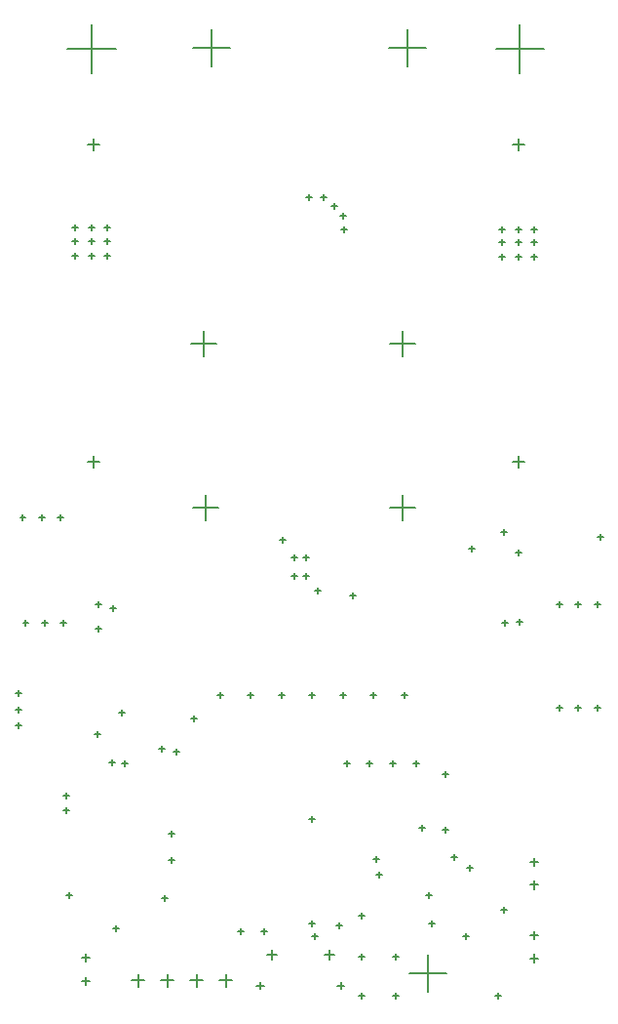
<source format=gbr>
G04*
G04 #@! TF.GenerationSoftware,Altium Limited,Altium Designer,24.6.1 (21)*
G04*
G04 Layer_Color=128*
%FSLAX25Y25*%
%MOIN*%
G70*
G04*
G04 #@! TF.SameCoordinates,3E969972-8C0A-4DBC-9D31-E8772DB7AAD8*
G04*
G04*
G04 #@! TF.FilePolarity,Positive*
G04*
G01*
G75*
%ADD65C,0.00500*%
D65*
X359669Y205161D02*
X363016D01*
X361343Y203488D02*
Y206835D01*
X339984Y205161D02*
X343331D01*
X341657Y203488D02*
Y206835D01*
X364098Y194532D02*
X366461D01*
X365280Y193350D02*
Y195713D01*
X336539Y194532D02*
X338902D01*
X337720Y193350D02*
Y195713D01*
X276622Y204000D02*
X279378D01*
X278000Y202622D02*
Y205378D01*
X276622Y196126D02*
X279378D01*
X278000Y194748D02*
Y197504D01*
X313835Y196346D02*
X318165D01*
X316000Y194181D02*
Y198512D01*
X323835Y196346D02*
X328165D01*
X326000Y194181D02*
Y198512D01*
X303835Y196346D02*
X308165D01*
X306000Y194181D02*
Y198512D01*
X293835Y196346D02*
X298165D01*
X296000Y194181D02*
Y198512D01*
X388701Y198846D02*
X401299D01*
X395000Y192547D02*
Y205146D01*
X381701Y514847D02*
X394299D01*
X388000Y508547D02*
Y521146D01*
X314701Y514847D02*
X327299D01*
X321000Y508547D02*
Y521146D01*
X418232Y514347D02*
X434768D01*
X426500Y506079D02*
Y522614D01*
X271732Y514347D02*
X288268D01*
X280000Y506079D02*
Y522614D01*
X429976Y211784D02*
X432732D01*
X431354Y210405D02*
Y213161D01*
X429976Y203909D02*
X432732D01*
X431354Y202532D02*
Y205287D01*
X430122Y236846D02*
X432878D01*
X431500Y235469D02*
Y238224D01*
X430122Y228972D02*
X432878D01*
X431500Y227594D02*
Y230350D01*
X424043Y481812D02*
X427980D01*
X426011Y479844D02*
Y483780D01*
X424043Y373544D02*
X427980D01*
X426011Y371576D02*
Y375513D01*
X278742Y481812D02*
X282679D01*
X280711Y479844D02*
Y483780D01*
X278742Y373544D02*
X282679D01*
X280711Y371576D02*
Y375513D01*
X382169Y357846D02*
X390831D01*
X386500Y353516D02*
Y362177D01*
X314669Y357846D02*
X323331D01*
X319000Y353516D02*
Y362177D01*
X382169Y413846D02*
X390831D01*
X386500Y409516D02*
Y418177D01*
X314169Y413846D02*
X322831D01*
X318500Y409516D02*
Y418177D01*
X383016Y204500D02*
X384984D01*
X384000Y203516D02*
Y205484D01*
X371516Y218500D02*
X373484D01*
X372500Y217516D02*
Y219484D01*
X363798Y215151D02*
X365767D01*
X364782Y214167D02*
Y216135D01*
X354516Y251500D02*
X356484D01*
X355500Y250516D02*
Y252484D01*
X354352Y215664D02*
X356320D01*
X355336Y214680D02*
Y216648D01*
X355516Y211347D02*
X357484D01*
X356500Y210362D02*
Y212331D01*
X304016Y224500D02*
X305984D01*
X305000Y223516D02*
Y225484D01*
X376412Y237831D02*
X378380D01*
X377396Y236846D02*
Y238815D01*
X371516Y204500D02*
X373484D01*
X372500Y203516D02*
Y205484D01*
X377516Y232500D02*
X379484D01*
X378500Y231516D02*
Y233484D01*
X383016Y191000D02*
X384984D01*
X384000Y190016D02*
Y191984D01*
X371516Y191000D02*
X373484D01*
X372500Y190016D02*
Y191984D01*
X271516Y225500D02*
X273484D01*
X272500Y224516D02*
Y226484D01*
X287516Y214000D02*
X289484D01*
X288500Y213016D02*
Y214984D01*
X306516Y237500D02*
X308484D01*
X307500Y236516D02*
Y238484D01*
X306516Y246500D02*
X308484D01*
X307500Y245516D02*
Y247484D01*
X338016Y213000D02*
X339984D01*
X339000Y212016D02*
Y213984D01*
X330016Y213000D02*
X331984D01*
X331000Y212016D02*
Y213984D01*
X418016Y191000D02*
X419984D01*
X419000Y190016D02*
Y191984D01*
X406939Y211423D02*
X408908D01*
X407923Y210439D02*
Y212407D01*
X286016Y270847D02*
X287984D01*
X287000Y269862D02*
Y271831D01*
X395516Y215846D02*
X397484D01*
X396500Y214862D02*
Y216831D01*
X394516Y225346D02*
X396484D01*
X395500Y224362D02*
Y226331D01*
X281516Y324847D02*
X283484D01*
X282500Y323862D02*
Y325831D01*
X425516Y318847D02*
X427484D01*
X426500Y317862D02*
Y319831D01*
X281016Y280346D02*
X282984D01*
X282000Y279362D02*
Y281331D01*
X386016Y293847D02*
X387984D01*
X387000Y292862D02*
Y294831D01*
X375516Y293847D02*
X377484D01*
X376500Y292862D02*
Y294831D01*
X365016Y293847D02*
X366984D01*
X366000Y292862D02*
Y294831D01*
X354516Y293847D02*
X356484D01*
X355500Y292862D02*
Y294831D01*
X344016Y293847D02*
X345984D01*
X345000Y292862D02*
Y294831D01*
X333516Y293847D02*
X335484D01*
X334500Y292862D02*
Y294831D01*
X323016Y293847D02*
X324984D01*
X324000Y292862D02*
Y294831D01*
X420016Y220346D02*
X421984D01*
X421000Y219362D02*
Y221331D01*
X408516Y234846D02*
X410484D01*
X409500Y233862D02*
Y235831D01*
X403126Y238480D02*
X405094D01*
X404110Y237496D02*
Y239464D01*
X270516Y254346D02*
X272484D01*
X271500Y253362D02*
Y255331D01*
X270516Y259347D02*
X272484D01*
X271500Y258362D02*
Y260331D01*
X254016Y294346D02*
X255984D01*
X255000Y293362D02*
Y295331D01*
X254016Y288846D02*
X255984D01*
X255000Y287862D02*
Y289831D01*
X254016Y283347D02*
X255984D01*
X255000Y282362D02*
Y284331D01*
X365016Y457346D02*
X366984D01*
X366000Y456362D02*
Y458331D01*
X365516Y452846D02*
X367484D01*
X366500Y451862D02*
Y453831D01*
X362016Y460847D02*
X363984D01*
X363000Y459862D02*
Y461831D01*
X358516Y463846D02*
X360484D01*
X359500Y462862D02*
Y464831D01*
X353516Y463846D02*
X355484D01*
X354500Y462862D02*
Y464831D01*
X419516Y452846D02*
X421484D01*
X420500Y451862D02*
Y453831D01*
X425016Y452846D02*
X426984D01*
X426000Y451862D02*
Y453831D01*
X430516Y452846D02*
X432484D01*
X431500Y451862D02*
Y453831D01*
X430516Y448347D02*
X432484D01*
X431500Y447362D02*
Y449331D01*
X425016Y448347D02*
X426984D01*
X426000Y447362D02*
Y449331D01*
X419516Y448347D02*
X421484D01*
X420500Y447362D02*
Y449331D01*
X419516Y443347D02*
X421484D01*
X420500Y442362D02*
Y444331D01*
X425016Y443347D02*
X426984D01*
X426000Y442362D02*
Y444331D01*
X430516Y443347D02*
X432484D01*
X431500Y442362D02*
Y444331D01*
X284516Y443847D02*
X286484D01*
X285500Y442862D02*
Y444831D01*
X279016Y443847D02*
X280984D01*
X280000Y442862D02*
Y444831D01*
X273516Y443847D02*
X275484D01*
X274500Y442862D02*
Y444831D01*
X273516Y448846D02*
X275484D01*
X274500Y447862D02*
Y449831D01*
X279016Y448846D02*
X280984D01*
X280000Y447862D02*
Y449831D01*
X284516Y448846D02*
X286484D01*
X285500Y447862D02*
Y449831D01*
X284516Y453346D02*
X286484D01*
X285500Y452362D02*
Y454331D01*
X279016Y453346D02*
X280984D01*
X280000Y452362D02*
Y454331D01*
X273516Y453346D02*
X275484D01*
X274500Y452362D02*
Y454331D01*
X409016Y343847D02*
X410984D01*
X410000Y342862D02*
Y344831D01*
X368516Y327847D02*
X370484D01*
X369500Y326862D02*
Y328831D01*
X420016Y349346D02*
X421984D01*
X421000Y348362D02*
Y350331D01*
X356516Y329346D02*
X358484D01*
X357500Y328362D02*
Y330331D01*
X344516Y346847D02*
X346484D01*
X345500Y345862D02*
Y347831D01*
X289516Y287846D02*
X291484D01*
X290500Y286862D02*
Y288831D01*
X281516Y316347D02*
X283484D01*
X282500Y315362D02*
Y317331D01*
X453016Y347847D02*
X454984D01*
X454000Y346862D02*
Y348831D01*
X425016Y342347D02*
X426984D01*
X426000Y341362D02*
Y343331D01*
X348516Y334347D02*
X350484D01*
X349500Y333362D02*
Y335331D01*
X352516Y334399D02*
X354484D01*
X353500Y333415D02*
Y335383D01*
X352516Y340846D02*
X354484D01*
X353500Y339862D02*
Y341831D01*
X348516Y340846D02*
X350484D01*
X349500Y339862D02*
Y341831D01*
X439068Y289347D02*
X441037D01*
X440053Y288362D02*
Y290331D01*
X445516Y289347D02*
X447484D01*
X446500Y288362D02*
Y290331D01*
X451963Y289347D02*
X453932D01*
X452948Y288362D02*
Y290331D01*
X439068Y324847D02*
X441037D01*
X440053Y323862D02*
Y325831D01*
X445516Y324847D02*
X447484D01*
X446500Y323862D02*
Y325831D01*
X451963Y324847D02*
X453932D01*
X452948Y323862D02*
Y325831D01*
X255568Y354346D02*
X257537D01*
X256553Y353362D02*
Y355331D01*
X262016Y354346D02*
X263984D01*
X263000Y353362D02*
Y355331D01*
X268463Y354346D02*
X270432D01*
X269447Y353362D02*
Y355331D01*
X269463Y318347D02*
X271432D01*
X270447Y317362D02*
Y319331D01*
X263016Y318347D02*
X264984D01*
X264000Y317362D02*
Y319331D01*
X256568Y318347D02*
X258537D01*
X257553Y317362D02*
Y319331D01*
X390016Y270346D02*
X391984D01*
X391000Y269362D02*
Y271331D01*
X382116Y270346D02*
X384084D01*
X383100Y269362D02*
Y271331D01*
X374216Y270346D02*
X376184D01*
X375200Y269362D02*
Y271331D01*
X366316Y270346D02*
X368284D01*
X367300Y269362D02*
Y271331D01*
X420516Y318347D02*
X422484D01*
X421500Y317362D02*
Y319331D01*
X286516Y323346D02*
X288484D01*
X287500Y322362D02*
Y324331D01*
X290516Y270346D02*
X292484D01*
X291500Y269362D02*
Y271331D01*
X314016Y285846D02*
X315984D01*
X315000Y284862D02*
Y286831D01*
X303016Y275346D02*
X304984D01*
X304000Y274362D02*
Y276331D01*
X308016Y274346D02*
X309984D01*
X309000Y273362D02*
Y275331D01*
X400016Y266846D02*
X401984D01*
X401000Y265862D02*
Y267831D01*
X400016Y247847D02*
X401984D01*
X401000Y246862D02*
Y248831D01*
X392016Y248346D02*
X393984D01*
X393000Y247362D02*
Y249331D01*
M02*

</source>
